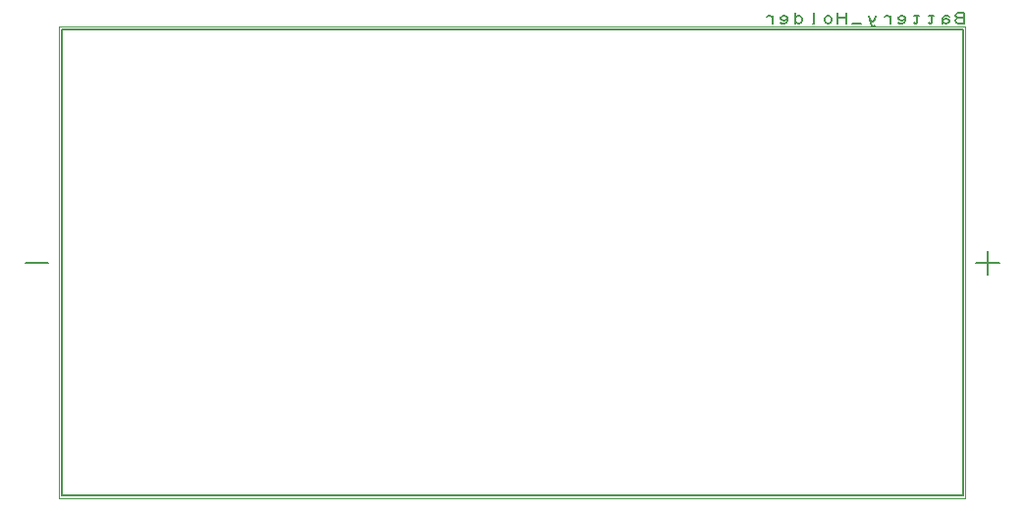
<source format=gbr>
G04 DesignSpark PCB Gerber Version 10.0 Build 5299*
G04 #@! TF.Part,Single*
G04 #@! TF.FileFunction,Legend,Bot*
G04 #@! TF.FilePolarity,Positive*
%FSLAX35Y35*%
%MOIN*%
%ADD21C,0.00197*%
%ADD20C,0.00500*%
G04 #@! TD.AperFunction*
X0Y0D02*
D02*
D20*
X8124Y85250D02*
X250D01*
X318557Y164404D02*
X12651D01*
Y6096D01*
X318557D01*
Y164404D01*
X316959Y168417D02*
X316334Y168104D01*
X316022Y167480D01*
X316334Y166854D01*
X316959Y166542D01*
X319147D01*
Y170292D01*
X316959D01*
X316334Y169980D01*
X316022Y169354D01*
X316334Y168730D01*
X316959Y168417D01*
X319147D01*
X314147Y168730D02*
X313522Y169042D01*
X312584D01*
X311959Y168730D01*
X311647Y168104D01*
Y167167D01*
X311959Y166854D01*
X312584Y166542D01*
X313209D01*
X313834Y166854D01*
X314147Y167167D01*
Y167480D01*
X313834Y167792D01*
X313209Y168104D01*
X312584D01*
X311959Y167792D01*
X311647Y167480D01*
Y167167D02*
Y166542D01*
X308626Y169042D02*
X307168D01*
X307897Y169667D02*
Y166854D01*
X307584Y166542D01*
X307272D01*
X306959Y166854D01*
X303626Y169042D02*
X302168D01*
X302897Y169667D02*
Y166854D01*
X302584Y166542D01*
X302272D01*
X301959Y166854D01*
X296647D02*
X296959Y166542D01*
X297584D01*
X298209D01*
X298834Y166854D01*
X299147Y167480D01*
Y168417D01*
X298834Y168730D01*
X298209Y169042D01*
X297584D01*
X296959Y168730D01*
X296647Y168417D01*
Y168104D01*
X296959Y167792D01*
X297584Y167480D01*
X298209D01*
X298834Y167792D01*
X299147Y168104D01*
X294147Y166542D02*
Y169042D01*
Y168104D02*
X293834Y168730D01*
X293209Y169042D01*
X292584D01*
X291959Y168730D01*
X289147Y169042D02*
X288834Y167792D01*
X288209Y167167D01*
X287584D01*
X286959Y167792D01*
X286647Y169042D01*
X286959Y167792D02*
X287272Y166542D01*
X287584Y165917D01*
X288209Y165604D01*
X288834Y165917D01*
X284147Y166542D02*
X281022D01*
X279147D02*
Y170292D01*
Y168417D02*
X276022D01*
Y166542D02*
Y170292D01*
X274147Y167480D02*
X273834Y166854D01*
X273209Y166542D01*
X272584D01*
X271959Y166854D01*
X271647Y167480D01*
Y168104D01*
X271959Y168730D01*
X272584Y169042D01*
X273209D01*
X273834Y168730D01*
X274147Y168104D01*
Y167480D01*
X267584Y166542D02*
X267897D01*
Y170292D01*
X261647Y168104D02*
X261959Y168730D01*
X262584Y169042D01*
X263209D01*
X263834Y168730D01*
X264147Y168104D01*
Y167480D01*
X263834Y166854D01*
X263209Y166542D01*
X262584D01*
X261959Y166854D01*
X261647Y167480D01*
Y166542D02*
Y170292D01*
X256647Y166854D02*
X256959Y166542D01*
X257584D01*
X258209D01*
X258834Y166854D01*
X259147Y167480D01*
Y168417D01*
X258834Y168730D01*
X258209Y169042D01*
X257584D01*
X256959Y168730D01*
X256647Y168417D01*
Y168104D01*
X256959Y167792D01*
X257584Y167480D01*
X258209D01*
X258834Y167792D01*
X259147Y168104D01*
X254147Y166542D02*
Y169042D01*
Y168104D02*
X253834Y168730D01*
X253209Y169042D01*
X252584D01*
X251959Y168730D01*
X327021Y89187D02*
Y81313D01*
X330958Y85250D02*
X323084D01*
D02*
D21*
X319541Y165388D02*
X11667D01*
Y5112D01*
X319541D01*
Y165388D01*
X0Y0D02*
M02*

</source>
